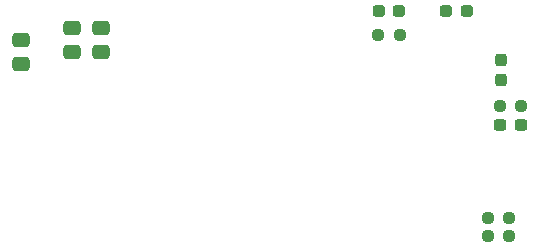
<source format=gbp>
G04 #@! TF.GenerationSoftware,KiCad,Pcbnew,8.0.8*
G04 #@! TF.CreationDate,2025-02-13T09:25:44+02:00*
G04 #@! TF.ProjectId,civic_serializer,63697669-635f-4736-9572-69616c697a65,rev?*
G04 #@! TF.SameCoordinates,Original*
G04 #@! TF.FileFunction,Paste,Bot*
G04 #@! TF.FilePolarity,Positive*
%FSLAX46Y46*%
G04 Gerber Fmt 4.6, Leading zero omitted, Abs format (unit mm)*
G04 Created by KiCad (PCBNEW 8.0.8) date 2025-02-13 09:25:44*
%MOMM*%
%LPD*%
G01*
G04 APERTURE LIST*
G04 Aperture macros list*
%AMRoundRect*
0 Rectangle with rounded corners*
0 $1 Rounding radius*
0 $2 $3 $4 $5 $6 $7 $8 $9 X,Y pos of 4 corners*
0 Add a 4 corners polygon primitive as box body*
4,1,4,$2,$3,$4,$5,$6,$7,$8,$9,$2,$3,0*
0 Add four circle primitives for the rounded corners*
1,1,$1+$1,$2,$3*
1,1,$1+$1,$4,$5*
1,1,$1+$1,$6,$7*
1,1,$1+$1,$8,$9*
0 Add four rect primitives between the rounded corners*
20,1,$1+$1,$2,$3,$4,$5,0*
20,1,$1+$1,$4,$5,$6,$7,0*
20,1,$1+$1,$6,$7,$8,$9,0*
20,1,$1+$1,$8,$9,$2,$3,0*%
G04 Aperture macros list end*
%ADD10RoundRect,0.250000X0.475000X-0.337500X0.475000X0.337500X-0.475000X0.337500X-0.475000X-0.337500X0*%
%ADD11RoundRect,0.237500X-0.237500X0.300000X-0.237500X-0.300000X0.237500X-0.300000X0.237500X0.300000X0*%
%ADD12RoundRect,0.237500X-0.250000X-0.237500X0.250000X-0.237500X0.250000X0.237500X-0.250000X0.237500X0*%
%ADD13RoundRect,0.237500X-0.287500X-0.237500X0.287500X-0.237500X0.287500X0.237500X-0.287500X0.237500X0*%
%ADD14RoundRect,0.250000X-0.475000X0.337500X-0.475000X-0.337500X0.475000X-0.337500X0.475000X0.337500X0*%
%ADD15RoundRect,0.237500X0.250000X0.237500X-0.250000X0.237500X-0.250000X-0.237500X0.250000X-0.237500X0*%
%ADD16RoundRect,0.237500X-0.300000X-0.237500X0.300000X-0.237500X0.300000X0.237500X-0.300000X0.237500X0*%
G04 APERTURE END LIST*
D10*
X115367000Y-82368500D03*
X115367000Y-80293500D03*
D11*
X149276000Y-83008500D03*
X149276000Y-84733500D03*
D12*
X148109500Y-96444000D03*
X149934500Y-96444000D03*
X149125500Y-86919000D03*
X150950500Y-86919000D03*
D10*
X112954000Y-82368500D03*
X112954000Y-80293500D03*
D13*
X138876000Y-78918000D03*
X140626000Y-78918000D03*
D14*
X108636000Y-81309500D03*
X108636000Y-83384500D03*
D13*
X144591000Y-78918000D03*
X146341000Y-78918000D03*
D12*
X148133000Y-97968000D03*
X149958000Y-97968000D03*
D15*
X140663500Y-80950000D03*
X138838500Y-80950000D03*
D16*
X149175500Y-88570000D03*
X150900500Y-88570000D03*
M02*

</source>
